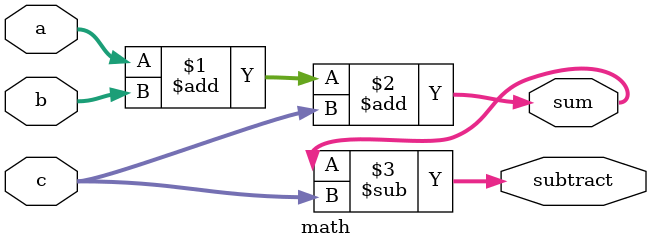
<source format=sv>

module math(
  input [7:0]a, b, c,
  output [8:0]sum, subtract);
  
  assign sum 	  = a + b + c;			// addition
  assign subtract = sum - c;			// subtraction
endmodule
</source>
